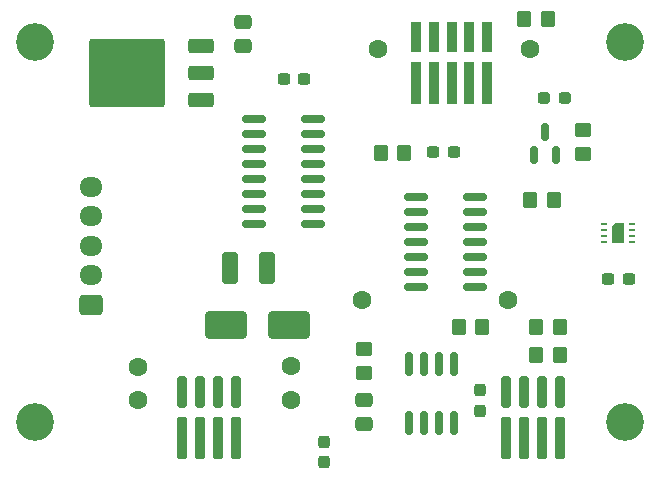
<source format=gbr>
%TF.GenerationSoftware,KiCad,Pcbnew,8.0.6*%
%TF.CreationDate,2025-03-31T10:23:45+02:00*%
%TF.ProjectId,ventil,76656e74-696c-42e6-9b69-6361645f7063,rev?*%
%TF.SameCoordinates,Original*%
%TF.FileFunction,Soldermask,Top*%
%TF.FilePolarity,Negative*%
%FSLAX46Y46*%
G04 Gerber Fmt 4.6, Leading zero omitted, Abs format (unit mm)*
G04 Created by KiCad (PCBNEW 8.0.6) date 2025-03-31 10:23:45*
%MOMM*%
%LPD*%
G01*
G04 APERTURE LIST*
G04 Aperture macros list*
%AMRoundRect*
0 Rectangle with rounded corners*
0 $1 Rounding radius*
0 $2 $3 $4 $5 $6 $7 $8 $9 X,Y pos of 4 corners*
0 Add a 4 corners polygon primitive as box body*
4,1,4,$2,$3,$4,$5,$6,$7,$8,$9,$2,$3,0*
0 Add four circle primitives for the rounded corners*
1,1,$1+$1,$2,$3*
1,1,$1+$1,$4,$5*
1,1,$1+$1,$6,$7*
1,1,$1+$1,$8,$9*
0 Add four rect primitives between the rounded corners*
20,1,$1+$1,$2,$3,$4,$5,0*
20,1,$1+$1,$4,$5,$6,$7,0*
20,1,$1+$1,$6,$7,$8,$9,0*
20,1,$1+$1,$8,$9,$2,$3,0*%
%AMFreePoly0*
4,1,6,0.500000,-0.850000,-0.500000,-0.850000,-0.500000,0.550000,-0.200000,0.850000,0.500000,0.850000,0.500000,-0.850000,0.500000,-0.850000,$1*%
G04 Aperture macros list end*
%ADD10RoundRect,0.237500X0.237500X-0.300000X0.237500X0.300000X-0.237500X0.300000X-0.237500X-0.300000X0*%
%ADD11RoundRect,0.250000X-0.350000X-0.450000X0.350000X-0.450000X0.350000X0.450000X-0.350000X0.450000X0*%
%ADD12RoundRect,0.237500X-0.300000X-0.237500X0.300000X-0.237500X0.300000X0.237500X-0.300000X0.237500X0*%
%ADD13RoundRect,0.150000X0.825000X0.150000X-0.825000X0.150000X-0.825000X-0.150000X0.825000X-0.150000X0*%
%ADD14RoundRect,0.212500X0.212500X1.562500X-0.212500X1.562500X-0.212500X-1.562500X0.212500X-1.562500X0*%
%ADD15RoundRect,0.212500X0.212500X1.112500X-0.212500X1.112500X-0.212500X-1.112500X0.212500X-1.112500X0*%
%ADD16RoundRect,0.250000X0.350000X0.450000X-0.350000X0.450000X-0.350000X-0.450000X0.350000X-0.450000X0*%
%ADD17RoundRect,0.250000X-0.475000X0.337500X-0.475000X-0.337500X0.475000X-0.337500X0.475000X0.337500X0*%
%ADD18RoundRect,0.237500X0.300000X0.237500X-0.300000X0.237500X-0.300000X-0.237500X0.300000X-0.237500X0*%
%ADD19RoundRect,0.250000X-1.500000X-0.900000X1.500000X-0.900000X1.500000X0.900000X-1.500000X0.900000X0*%
%ADD20RoundRect,0.150000X-0.825000X-0.150000X0.825000X-0.150000X0.825000X0.150000X-0.825000X0.150000X0*%
%ADD21RoundRect,0.237500X-0.287500X-0.237500X0.287500X-0.237500X0.287500X0.237500X-0.287500X0.237500X0*%
%ADD22R,0.850000X2.650000*%
%ADD23R,0.850000X3.550000*%
%ADD24RoundRect,0.150000X0.150000X-0.587500X0.150000X0.587500X-0.150000X0.587500X-0.150000X-0.587500X0*%
%ADD25C,3.200000*%
%ADD26RoundRect,0.250000X0.450000X-0.350000X0.450000X0.350000X-0.450000X0.350000X-0.450000X-0.350000X0*%
%ADD27RoundRect,0.250000X-0.412500X-1.100000X0.412500X-1.100000X0.412500X1.100000X-0.412500X1.100000X0*%
%ADD28RoundRect,0.250000X-0.450000X0.350000X-0.450000X-0.350000X0.450000X-0.350000X0.450000X0.350000X0*%
%ADD29RoundRect,0.150000X-0.150000X0.825000X-0.150000X-0.825000X0.150000X-0.825000X0.150000X0.825000X0*%
%ADD30RoundRect,0.250000X0.850000X0.350000X-0.850000X0.350000X-0.850000X-0.350000X0.850000X-0.350000X0*%
%ADD31RoundRect,0.249997X2.950003X2.650003X-2.950003X2.650003X-2.950003X-2.650003X2.950003X-2.650003X0*%
%ADD32R,0.550000X0.250000*%
%ADD33FreePoly0,0.000000*%
%ADD34RoundRect,0.250000X0.475000X-0.337500X0.475000X0.337500X-0.475000X0.337500X-0.475000X-0.337500X0*%
%ADD35RoundRect,0.250000X0.725000X-0.600000X0.725000X0.600000X-0.725000X0.600000X-0.725000X-0.600000X0*%
%ADD36O,1.950000X1.700000*%
%ADD37C,1.600000*%
G04 APERTURE END LIST*
D10*
%TO.C,C7*%
X145694400Y-154634100D03*
X145694400Y-152909100D03*
%TD*%
D11*
%TO.C,R14*%
X157089600Y-143205200D03*
X159089600Y-143205200D03*
%TD*%
D12*
%TO.C,C3*%
X154942200Y-128371600D03*
X156667200Y-128371600D03*
%TD*%
D13*
%TO.C,U6*%
X144729200Y-134493000D03*
X144729200Y-133223000D03*
X144729200Y-131953000D03*
X144729200Y-130683000D03*
X144729200Y-129413000D03*
X144729200Y-128143000D03*
X144729200Y-126873000D03*
X144729200Y-125603000D03*
X139779200Y-125603000D03*
X139779200Y-126873000D03*
X139779200Y-128143000D03*
X139779200Y-129413000D03*
X139779200Y-130683000D03*
X139779200Y-131953000D03*
X139779200Y-133223000D03*
X139779200Y-134493000D03*
%TD*%
D14*
%TO.C,J3*%
X133690800Y-152606200D03*
D15*
X133690800Y-148706200D03*
D14*
X135190800Y-152606200D03*
D15*
X135190800Y-148706200D03*
D14*
X136690800Y-152606200D03*
D15*
X136690800Y-148706200D03*
D14*
X138190800Y-152606200D03*
D15*
X138190800Y-148706200D03*
%TD*%
D16*
%TO.C,R3*%
X165658800Y-143205200D03*
X163658800Y-143205200D03*
%TD*%
D10*
%TO.C,C2*%
X158851600Y-150265300D03*
X158851600Y-148540300D03*
%TD*%
D17*
%TO.C,C6*%
X149047200Y-149330500D03*
X149047200Y-151405500D03*
%TD*%
D18*
%TO.C,C1*%
X171487544Y-139141200D03*
X169762544Y-139141200D03*
%TD*%
D19*
%TO.C,D2*%
X137355600Y-143002000D03*
X142755600Y-143002000D03*
%TD*%
D11*
%TO.C,R6*%
X162610800Y-117144800D03*
X164610800Y-117144800D03*
%TD*%
D20*
%TO.C,U2*%
X153495200Y-132181600D03*
X153495200Y-133451600D03*
X153495200Y-134721600D03*
X153495200Y-135991600D03*
X153495200Y-137261600D03*
X153495200Y-138531600D03*
X153495200Y-139801600D03*
X158445200Y-139801600D03*
X158445200Y-138531600D03*
X158445200Y-137261600D03*
X158445200Y-135991600D03*
X158445200Y-134721600D03*
X158445200Y-133451600D03*
X158445200Y-132181600D03*
%TD*%
D21*
%TO.C,D1*%
X164350000Y-123815600D03*
X166100000Y-123815600D03*
%TD*%
D12*
%TO.C,C5*%
X142266500Y-122174000D03*
X143991500Y-122174000D03*
%TD*%
D16*
%TO.C,R7*%
X165118800Y-132400800D03*
X163118800Y-132400800D03*
%TD*%
D22*
%TO.C,J1*%
X153490800Y-118629600D03*
D23*
X153490800Y-122529600D03*
D22*
X154990800Y-118629600D03*
D23*
X154990800Y-122529600D03*
D22*
X156490800Y-118629600D03*
D23*
X156490800Y-122529600D03*
D22*
X157990800Y-118629600D03*
D23*
X157990800Y-122529600D03*
D22*
X159490800Y-118629600D03*
D23*
X159490800Y-122529600D03*
%TD*%
D24*
%TO.C,Q1*%
X163450800Y-128586200D03*
X165350800Y-128586200D03*
X164400800Y-126711200D03*
%TD*%
D25*
%TO.C,H3*%
X171174484Y-151212925D03*
%TD*%
D26*
%TO.C,R5*%
X167573200Y-128524000D03*
X167573200Y-126524000D03*
%TD*%
D25*
%TO.C,H2*%
X171174484Y-119048925D03*
%TD*%
D27*
%TO.C,C8*%
X137718800Y-138226800D03*
X140843800Y-138226800D03*
%TD*%
D28*
%TO.C,R13*%
X149047200Y-145050000D03*
X149047200Y-147050000D03*
%TD*%
D29*
%TO.C,U4*%
X156718000Y-146332400D03*
X155448000Y-146332400D03*
X154178000Y-146332400D03*
X152908000Y-146332400D03*
X152908000Y-151282400D03*
X154178000Y-151282400D03*
X155448000Y-151282400D03*
X156718000Y-151282400D03*
%TD*%
D25*
%TO.C,H1*%
X121179684Y-119048925D03*
%TD*%
%TO.C,H4*%
X121179684Y-151212925D03*
%TD*%
D16*
%TO.C,R1*%
X152469600Y-128473200D03*
X150469600Y-128473200D03*
%TD*%
D30*
%TO.C,U5*%
X135290700Y-123960000D03*
X135290700Y-121680000D03*
D31*
X128990700Y-121680000D03*
D30*
X135290700Y-119400000D03*
%TD*%
D32*
%TO.C,U1*%
X169393744Y-134450000D03*
X169393744Y-134950000D03*
X169393744Y-135450000D03*
X169393744Y-135950000D03*
X171743744Y-135950000D03*
X171743744Y-135450000D03*
X171743744Y-134950000D03*
X171743744Y-134450000D03*
D33*
X170568744Y-135200000D03*
%TD*%
D16*
%TO.C,R2*%
X165658800Y-145592800D03*
X163658800Y-145592800D03*
%TD*%
D34*
%TO.C,C9*%
X138811000Y-119401500D03*
X138811000Y-117326500D03*
%TD*%
D14*
%TO.C,J4*%
X161122800Y-152606200D03*
D15*
X161122800Y-148706200D03*
D14*
X162622800Y-152606200D03*
D15*
X162622800Y-148706200D03*
D14*
X164122800Y-152606200D03*
D15*
X164122800Y-148706200D03*
D14*
X165622800Y-152606200D03*
D15*
X165622800Y-148706200D03*
%TD*%
D35*
%TO.C,J2*%
X125933200Y-141325600D03*
D36*
X125933200Y-138825600D03*
X125933200Y-136325600D03*
X125933200Y-133825600D03*
X125933200Y-131325600D03*
%TD*%
D37*
X150237100Y-119612500D03*
X163118800Y-119612500D03*
X142900400Y-146507200D03*
X129946400Y-146558000D03*
X129946400Y-149402800D03*
X142900400Y-149402800D03*
X148894800Y-140868400D03*
X161290000Y-140868400D03*
M02*

</source>
